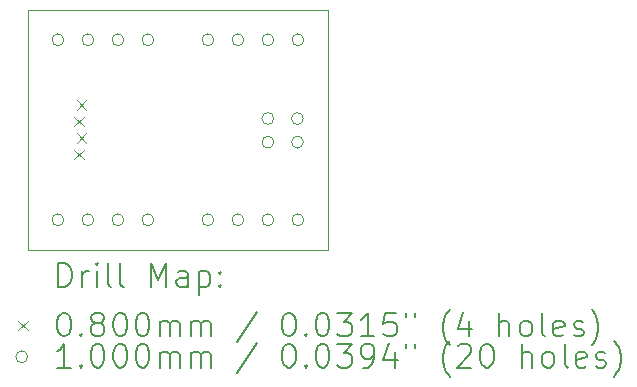
<source format=gbr>
%TF.GenerationSoftware,KiCad,Pcbnew,8.0.6*%
%TF.CreationDate,2024-12-16T09:55:59+00:00*%
%TF.ProjectId,StepperAdapterMount,53746570-7065-4724-9164-61707465724d,RevA*%
%TF.SameCoordinates,Original*%
%TF.FileFunction,Drillmap*%
%TF.FilePolarity,Positive*%
%FSLAX45Y45*%
G04 Gerber Fmt 4.5, Leading zero omitted, Abs format (unit mm)*
G04 Created by KiCad (PCBNEW 8.0.6) date 2024-12-16 09:55:59*
%MOMM*%
%LPD*%
G01*
G04 APERTURE LIST*
%ADD10C,0.050000*%
%ADD11C,0.200000*%
%ADD12C,0.100000*%
G04 APERTURE END LIST*
D10*
X3897000Y-19720000D02*
X6437000Y-19720000D01*
X6437000Y-21752000D01*
X3897000Y-21752000D01*
X3897000Y-19720000D01*
D11*
D12*
X4291500Y-20626000D02*
X4371500Y-20706000D01*
X4371500Y-20626000D02*
X4291500Y-20706000D01*
X4291500Y-20906000D02*
X4371500Y-20986000D01*
X4371500Y-20906000D02*
X4291500Y-20986000D01*
X4311500Y-20486000D02*
X4391500Y-20566000D01*
X4391500Y-20486000D02*
X4311500Y-20566000D01*
X4311500Y-20766000D02*
X4391500Y-20846000D01*
X4391500Y-20766000D02*
X4311500Y-20846000D01*
X4201000Y-19974000D02*
G75*
G02*
X4101000Y-19974000I-50000J0D01*
G01*
X4101000Y-19974000D02*
G75*
G02*
X4201000Y-19974000I50000J0D01*
G01*
X4201000Y-21498000D02*
G75*
G02*
X4101000Y-21498000I-50000J0D01*
G01*
X4101000Y-21498000D02*
G75*
G02*
X4201000Y-21498000I50000J0D01*
G01*
X4455000Y-19974000D02*
G75*
G02*
X4355000Y-19974000I-50000J0D01*
G01*
X4355000Y-19974000D02*
G75*
G02*
X4455000Y-19974000I50000J0D01*
G01*
X4455000Y-21498000D02*
G75*
G02*
X4355000Y-21498000I-50000J0D01*
G01*
X4355000Y-21498000D02*
G75*
G02*
X4455000Y-21498000I50000J0D01*
G01*
X4709000Y-19974000D02*
G75*
G02*
X4609000Y-19974000I-50000J0D01*
G01*
X4609000Y-19974000D02*
G75*
G02*
X4709000Y-19974000I50000J0D01*
G01*
X4709000Y-21498000D02*
G75*
G02*
X4609000Y-21498000I-50000J0D01*
G01*
X4609000Y-21498000D02*
G75*
G02*
X4709000Y-21498000I50000J0D01*
G01*
X4963000Y-19974000D02*
G75*
G02*
X4863000Y-19974000I-50000J0D01*
G01*
X4863000Y-19974000D02*
G75*
G02*
X4963000Y-19974000I50000J0D01*
G01*
X4963000Y-21498000D02*
G75*
G02*
X4863000Y-21498000I-50000J0D01*
G01*
X4863000Y-21498000D02*
G75*
G02*
X4963000Y-21498000I50000J0D01*
G01*
X5471000Y-19974000D02*
G75*
G02*
X5371000Y-19974000I-50000J0D01*
G01*
X5371000Y-19974000D02*
G75*
G02*
X5471000Y-19974000I50000J0D01*
G01*
X5471000Y-21498000D02*
G75*
G02*
X5371000Y-21498000I-50000J0D01*
G01*
X5371000Y-21498000D02*
G75*
G02*
X5471000Y-21498000I50000J0D01*
G01*
X5725000Y-19974000D02*
G75*
G02*
X5625000Y-19974000I-50000J0D01*
G01*
X5625000Y-19974000D02*
G75*
G02*
X5725000Y-19974000I50000J0D01*
G01*
X5725000Y-21498000D02*
G75*
G02*
X5625000Y-21498000I-50000J0D01*
G01*
X5625000Y-21498000D02*
G75*
G02*
X5725000Y-21498000I50000J0D01*
G01*
X5979000Y-19974000D02*
G75*
G02*
X5879000Y-19974000I-50000J0D01*
G01*
X5879000Y-19974000D02*
G75*
G02*
X5979000Y-19974000I50000J0D01*
G01*
X5979000Y-20641000D02*
G75*
G02*
X5879000Y-20641000I-50000J0D01*
G01*
X5879000Y-20641000D02*
G75*
G02*
X5979000Y-20641000I50000J0D01*
G01*
X5979000Y-20841000D02*
G75*
G02*
X5879000Y-20841000I-50000J0D01*
G01*
X5879000Y-20841000D02*
G75*
G02*
X5979000Y-20841000I50000J0D01*
G01*
X5979000Y-21498000D02*
G75*
G02*
X5879000Y-21498000I-50000J0D01*
G01*
X5879000Y-21498000D02*
G75*
G02*
X5979000Y-21498000I50000J0D01*
G01*
X6229000Y-20641000D02*
G75*
G02*
X6129000Y-20641000I-50000J0D01*
G01*
X6129000Y-20641000D02*
G75*
G02*
X6229000Y-20641000I50000J0D01*
G01*
X6229000Y-20841000D02*
G75*
G02*
X6129000Y-20841000I-50000J0D01*
G01*
X6129000Y-20841000D02*
G75*
G02*
X6229000Y-20841000I50000J0D01*
G01*
X6233000Y-19974000D02*
G75*
G02*
X6133000Y-19974000I-50000J0D01*
G01*
X6133000Y-19974000D02*
G75*
G02*
X6233000Y-19974000I50000J0D01*
G01*
X6233000Y-21498000D02*
G75*
G02*
X6133000Y-21498000I-50000J0D01*
G01*
X6133000Y-21498000D02*
G75*
G02*
X6233000Y-21498000I50000J0D01*
G01*
D11*
X4155277Y-22065984D02*
X4155277Y-21865984D01*
X4155277Y-21865984D02*
X4202896Y-21865984D01*
X4202896Y-21865984D02*
X4231467Y-21875508D01*
X4231467Y-21875508D02*
X4250515Y-21894555D01*
X4250515Y-21894555D02*
X4260039Y-21913603D01*
X4260039Y-21913603D02*
X4269563Y-21951698D01*
X4269563Y-21951698D02*
X4269563Y-21980270D01*
X4269563Y-21980270D02*
X4260039Y-22018365D01*
X4260039Y-22018365D02*
X4250515Y-22037412D01*
X4250515Y-22037412D02*
X4231467Y-22056460D01*
X4231467Y-22056460D02*
X4202896Y-22065984D01*
X4202896Y-22065984D02*
X4155277Y-22065984D01*
X4355277Y-22065984D02*
X4355277Y-21932650D01*
X4355277Y-21970746D02*
X4364801Y-21951698D01*
X4364801Y-21951698D02*
X4374324Y-21942174D01*
X4374324Y-21942174D02*
X4393372Y-21932650D01*
X4393372Y-21932650D02*
X4412420Y-21932650D01*
X4479086Y-22065984D02*
X4479086Y-21932650D01*
X4479086Y-21865984D02*
X4469563Y-21875508D01*
X4469563Y-21875508D02*
X4479086Y-21885031D01*
X4479086Y-21885031D02*
X4488610Y-21875508D01*
X4488610Y-21875508D02*
X4479086Y-21865984D01*
X4479086Y-21865984D02*
X4479086Y-21885031D01*
X4602896Y-22065984D02*
X4583848Y-22056460D01*
X4583848Y-22056460D02*
X4574324Y-22037412D01*
X4574324Y-22037412D02*
X4574324Y-21865984D01*
X4707658Y-22065984D02*
X4688610Y-22056460D01*
X4688610Y-22056460D02*
X4679086Y-22037412D01*
X4679086Y-22037412D02*
X4679086Y-21865984D01*
X4936229Y-22065984D02*
X4936229Y-21865984D01*
X4936229Y-21865984D02*
X5002896Y-22008841D01*
X5002896Y-22008841D02*
X5069563Y-21865984D01*
X5069563Y-21865984D02*
X5069563Y-22065984D01*
X5250515Y-22065984D02*
X5250515Y-21961222D01*
X5250515Y-21961222D02*
X5240991Y-21942174D01*
X5240991Y-21942174D02*
X5221944Y-21932650D01*
X5221944Y-21932650D02*
X5183848Y-21932650D01*
X5183848Y-21932650D02*
X5164801Y-21942174D01*
X5250515Y-22056460D02*
X5231467Y-22065984D01*
X5231467Y-22065984D02*
X5183848Y-22065984D01*
X5183848Y-22065984D02*
X5164801Y-22056460D01*
X5164801Y-22056460D02*
X5155277Y-22037412D01*
X5155277Y-22037412D02*
X5155277Y-22018365D01*
X5155277Y-22018365D02*
X5164801Y-21999317D01*
X5164801Y-21999317D02*
X5183848Y-21989793D01*
X5183848Y-21989793D02*
X5231467Y-21989793D01*
X5231467Y-21989793D02*
X5250515Y-21980270D01*
X5345753Y-21932650D02*
X5345753Y-22132650D01*
X5345753Y-21942174D02*
X5364801Y-21932650D01*
X5364801Y-21932650D02*
X5402896Y-21932650D01*
X5402896Y-21932650D02*
X5421944Y-21942174D01*
X5421944Y-21942174D02*
X5431467Y-21951698D01*
X5431467Y-21951698D02*
X5440991Y-21970746D01*
X5440991Y-21970746D02*
X5440991Y-22027889D01*
X5440991Y-22027889D02*
X5431467Y-22046936D01*
X5431467Y-22046936D02*
X5421944Y-22056460D01*
X5421944Y-22056460D02*
X5402896Y-22065984D01*
X5402896Y-22065984D02*
X5364801Y-22065984D01*
X5364801Y-22065984D02*
X5345753Y-22056460D01*
X5526705Y-22046936D02*
X5536229Y-22056460D01*
X5536229Y-22056460D02*
X5526705Y-22065984D01*
X5526705Y-22065984D02*
X5517182Y-22056460D01*
X5517182Y-22056460D02*
X5526705Y-22046936D01*
X5526705Y-22046936D02*
X5526705Y-22065984D01*
X5526705Y-21942174D02*
X5536229Y-21951698D01*
X5536229Y-21951698D02*
X5526705Y-21961222D01*
X5526705Y-21961222D02*
X5517182Y-21951698D01*
X5517182Y-21951698D02*
X5526705Y-21942174D01*
X5526705Y-21942174D02*
X5526705Y-21961222D01*
D12*
X3814500Y-22354500D02*
X3894500Y-22434500D01*
X3894500Y-22354500D02*
X3814500Y-22434500D01*
D11*
X4193372Y-22285984D02*
X4212420Y-22285984D01*
X4212420Y-22285984D02*
X4231467Y-22295508D01*
X4231467Y-22295508D02*
X4240991Y-22305031D01*
X4240991Y-22305031D02*
X4250515Y-22324079D01*
X4250515Y-22324079D02*
X4260039Y-22362174D01*
X4260039Y-22362174D02*
X4260039Y-22409793D01*
X4260039Y-22409793D02*
X4250515Y-22447888D01*
X4250515Y-22447888D02*
X4240991Y-22466936D01*
X4240991Y-22466936D02*
X4231467Y-22476460D01*
X4231467Y-22476460D02*
X4212420Y-22485984D01*
X4212420Y-22485984D02*
X4193372Y-22485984D01*
X4193372Y-22485984D02*
X4174324Y-22476460D01*
X4174324Y-22476460D02*
X4164801Y-22466936D01*
X4164801Y-22466936D02*
X4155277Y-22447888D01*
X4155277Y-22447888D02*
X4145753Y-22409793D01*
X4145753Y-22409793D02*
X4145753Y-22362174D01*
X4145753Y-22362174D02*
X4155277Y-22324079D01*
X4155277Y-22324079D02*
X4164801Y-22305031D01*
X4164801Y-22305031D02*
X4174324Y-22295508D01*
X4174324Y-22295508D02*
X4193372Y-22285984D01*
X4345753Y-22466936D02*
X4355277Y-22476460D01*
X4355277Y-22476460D02*
X4345753Y-22485984D01*
X4345753Y-22485984D02*
X4336229Y-22476460D01*
X4336229Y-22476460D02*
X4345753Y-22466936D01*
X4345753Y-22466936D02*
X4345753Y-22485984D01*
X4469563Y-22371698D02*
X4450515Y-22362174D01*
X4450515Y-22362174D02*
X4440991Y-22352650D01*
X4440991Y-22352650D02*
X4431467Y-22333603D01*
X4431467Y-22333603D02*
X4431467Y-22324079D01*
X4431467Y-22324079D02*
X4440991Y-22305031D01*
X4440991Y-22305031D02*
X4450515Y-22295508D01*
X4450515Y-22295508D02*
X4469563Y-22285984D01*
X4469563Y-22285984D02*
X4507658Y-22285984D01*
X4507658Y-22285984D02*
X4526705Y-22295508D01*
X4526705Y-22295508D02*
X4536229Y-22305031D01*
X4536229Y-22305031D02*
X4545753Y-22324079D01*
X4545753Y-22324079D02*
X4545753Y-22333603D01*
X4545753Y-22333603D02*
X4536229Y-22352650D01*
X4536229Y-22352650D02*
X4526705Y-22362174D01*
X4526705Y-22362174D02*
X4507658Y-22371698D01*
X4507658Y-22371698D02*
X4469563Y-22371698D01*
X4469563Y-22371698D02*
X4450515Y-22381222D01*
X4450515Y-22381222D02*
X4440991Y-22390746D01*
X4440991Y-22390746D02*
X4431467Y-22409793D01*
X4431467Y-22409793D02*
X4431467Y-22447888D01*
X4431467Y-22447888D02*
X4440991Y-22466936D01*
X4440991Y-22466936D02*
X4450515Y-22476460D01*
X4450515Y-22476460D02*
X4469563Y-22485984D01*
X4469563Y-22485984D02*
X4507658Y-22485984D01*
X4507658Y-22485984D02*
X4526705Y-22476460D01*
X4526705Y-22476460D02*
X4536229Y-22466936D01*
X4536229Y-22466936D02*
X4545753Y-22447888D01*
X4545753Y-22447888D02*
X4545753Y-22409793D01*
X4545753Y-22409793D02*
X4536229Y-22390746D01*
X4536229Y-22390746D02*
X4526705Y-22381222D01*
X4526705Y-22381222D02*
X4507658Y-22371698D01*
X4669563Y-22285984D02*
X4688610Y-22285984D01*
X4688610Y-22285984D02*
X4707658Y-22295508D01*
X4707658Y-22295508D02*
X4717182Y-22305031D01*
X4717182Y-22305031D02*
X4726705Y-22324079D01*
X4726705Y-22324079D02*
X4736229Y-22362174D01*
X4736229Y-22362174D02*
X4736229Y-22409793D01*
X4736229Y-22409793D02*
X4726705Y-22447888D01*
X4726705Y-22447888D02*
X4717182Y-22466936D01*
X4717182Y-22466936D02*
X4707658Y-22476460D01*
X4707658Y-22476460D02*
X4688610Y-22485984D01*
X4688610Y-22485984D02*
X4669563Y-22485984D01*
X4669563Y-22485984D02*
X4650515Y-22476460D01*
X4650515Y-22476460D02*
X4640991Y-22466936D01*
X4640991Y-22466936D02*
X4631467Y-22447888D01*
X4631467Y-22447888D02*
X4621944Y-22409793D01*
X4621944Y-22409793D02*
X4621944Y-22362174D01*
X4621944Y-22362174D02*
X4631467Y-22324079D01*
X4631467Y-22324079D02*
X4640991Y-22305031D01*
X4640991Y-22305031D02*
X4650515Y-22295508D01*
X4650515Y-22295508D02*
X4669563Y-22285984D01*
X4860039Y-22285984D02*
X4879086Y-22285984D01*
X4879086Y-22285984D02*
X4898134Y-22295508D01*
X4898134Y-22295508D02*
X4907658Y-22305031D01*
X4907658Y-22305031D02*
X4917182Y-22324079D01*
X4917182Y-22324079D02*
X4926705Y-22362174D01*
X4926705Y-22362174D02*
X4926705Y-22409793D01*
X4926705Y-22409793D02*
X4917182Y-22447888D01*
X4917182Y-22447888D02*
X4907658Y-22466936D01*
X4907658Y-22466936D02*
X4898134Y-22476460D01*
X4898134Y-22476460D02*
X4879086Y-22485984D01*
X4879086Y-22485984D02*
X4860039Y-22485984D01*
X4860039Y-22485984D02*
X4840991Y-22476460D01*
X4840991Y-22476460D02*
X4831467Y-22466936D01*
X4831467Y-22466936D02*
X4821944Y-22447888D01*
X4821944Y-22447888D02*
X4812420Y-22409793D01*
X4812420Y-22409793D02*
X4812420Y-22362174D01*
X4812420Y-22362174D02*
X4821944Y-22324079D01*
X4821944Y-22324079D02*
X4831467Y-22305031D01*
X4831467Y-22305031D02*
X4840991Y-22295508D01*
X4840991Y-22295508D02*
X4860039Y-22285984D01*
X5012420Y-22485984D02*
X5012420Y-22352650D01*
X5012420Y-22371698D02*
X5021944Y-22362174D01*
X5021944Y-22362174D02*
X5040991Y-22352650D01*
X5040991Y-22352650D02*
X5069563Y-22352650D01*
X5069563Y-22352650D02*
X5088610Y-22362174D01*
X5088610Y-22362174D02*
X5098134Y-22381222D01*
X5098134Y-22381222D02*
X5098134Y-22485984D01*
X5098134Y-22381222D02*
X5107658Y-22362174D01*
X5107658Y-22362174D02*
X5126705Y-22352650D01*
X5126705Y-22352650D02*
X5155277Y-22352650D01*
X5155277Y-22352650D02*
X5174325Y-22362174D01*
X5174325Y-22362174D02*
X5183848Y-22381222D01*
X5183848Y-22381222D02*
X5183848Y-22485984D01*
X5279086Y-22485984D02*
X5279086Y-22352650D01*
X5279086Y-22371698D02*
X5288610Y-22362174D01*
X5288610Y-22362174D02*
X5307658Y-22352650D01*
X5307658Y-22352650D02*
X5336229Y-22352650D01*
X5336229Y-22352650D02*
X5355277Y-22362174D01*
X5355277Y-22362174D02*
X5364801Y-22381222D01*
X5364801Y-22381222D02*
X5364801Y-22485984D01*
X5364801Y-22381222D02*
X5374325Y-22362174D01*
X5374325Y-22362174D02*
X5393372Y-22352650D01*
X5393372Y-22352650D02*
X5421944Y-22352650D01*
X5421944Y-22352650D02*
X5440991Y-22362174D01*
X5440991Y-22362174D02*
X5450515Y-22381222D01*
X5450515Y-22381222D02*
X5450515Y-22485984D01*
X5840991Y-22276460D02*
X5669563Y-22533603D01*
X6098134Y-22285984D02*
X6117182Y-22285984D01*
X6117182Y-22285984D02*
X6136229Y-22295508D01*
X6136229Y-22295508D02*
X6145753Y-22305031D01*
X6145753Y-22305031D02*
X6155277Y-22324079D01*
X6155277Y-22324079D02*
X6164801Y-22362174D01*
X6164801Y-22362174D02*
X6164801Y-22409793D01*
X6164801Y-22409793D02*
X6155277Y-22447888D01*
X6155277Y-22447888D02*
X6145753Y-22466936D01*
X6145753Y-22466936D02*
X6136229Y-22476460D01*
X6136229Y-22476460D02*
X6117182Y-22485984D01*
X6117182Y-22485984D02*
X6098134Y-22485984D01*
X6098134Y-22485984D02*
X6079086Y-22476460D01*
X6079086Y-22476460D02*
X6069563Y-22466936D01*
X6069563Y-22466936D02*
X6060039Y-22447888D01*
X6060039Y-22447888D02*
X6050515Y-22409793D01*
X6050515Y-22409793D02*
X6050515Y-22362174D01*
X6050515Y-22362174D02*
X6060039Y-22324079D01*
X6060039Y-22324079D02*
X6069563Y-22305031D01*
X6069563Y-22305031D02*
X6079086Y-22295508D01*
X6079086Y-22295508D02*
X6098134Y-22285984D01*
X6250515Y-22466936D02*
X6260039Y-22476460D01*
X6260039Y-22476460D02*
X6250515Y-22485984D01*
X6250515Y-22485984D02*
X6240991Y-22476460D01*
X6240991Y-22476460D02*
X6250515Y-22466936D01*
X6250515Y-22466936D02*
X6250515Y-22485984D01*
X6383848Y-22285984D02*
X6402896Y-22285984D01*
X6402896Y-22285984D02*
X6421944Y-22295508D01*
X6421944Y-22295508D02*
X6431467Y-22305031D01*
X6431467Y-22305031D02*
X6440991Y-22324079D01*
X6440991Y-22324079D02*
X6450515Y-22362174D01*
X6450515Y-22362174D02*
X6450515Y-22409793D01*
X6450515Y-22409793D02*
X6440991Y-22447888D01*
X6440991Y-22447888D02*
X6431467Y-22466936D01*
X6431467Y-22466936D02*
X6421944Y-22476460D01*
X6421944Y-22476460D02*
X6402896Y-22485984D01*
X6402896Y-22485984D02*
X6383848Y-22485984D01*
X6383848Y-22485984D02*
X6364801Y-22476460D01*
X6364801Y-22476460D02*
X6355277Y-22466936D01*
X6355277Y-22466936D02*
X6345753Y-22447888D01*
X6345753Y-22447888D02*
X6336229Y-22409793D01*
X6336229Y-22409793D02*
X6336229Y-22362174D01*
X6336229Y-22362174D02*
X6345753Y-22324079D01*
X6345753Y-22324079D02*
X6355277Y-22305031D01*
X6355277Y-22305031D02*
X6364801Y-22295508D01*
X6364801Y-22295508D02*
X6383848Y-22285984D01*
X6517182Y-22285984D02*
X6640991Y-22285984D01*
X6640991Y-22285984D02*
X6574325Y-22362174D01*
X6574325Y-22362174D02*
X6602896Y-22362174D01*
X6602896Y-22362174D02*
X6621944Y-22371698D01*
X6621944Y-22371698D02*
X6631467Y-22381222D01*
X6631467Y-22381222D02*
X6640991Y-22400269D01*
X6640991Y-22400269D02*
X6640991Y-22447888D01*
X6640991Y-22447888D02*
X6631467Y-22466936D01*
X6631467Y-22466936D02*
X6621944Y-22476460D01*
X6621944Y-22476460D02*
X6602896Y-22485984D01*
X6602896Y-22485984D02*
X6545753Y-22485984D01*
X6545753Y-22485984D02*
X6526706Y-22476460D01*
X6526706Y-22476460D02*
X6517182Y-22466936D01*
X6831467Y-22485984D02*
X6717182Y-22485984D01*
X6774325Y-22485984D02*
X6774325Y-22285984D01*
X6774325Y-22285984D02*
X6755277Y-22314555D01*
X6755277Y-22314555D02*
X6736229Y-22333603D01*
X6736229Y-22333603D02*
X6717182Y-22343127D01*
X7012420Y-22285984D02*
X6917182Y-22285984D01*
X6917182Y-22285984D02*
X6907658Y-22381222D01*
X6907658Y-22381222D02*
X6917182Y-22371698D01*
X6917182Y-22371698D02*
X6936229Y-22362174D01*
X6936229Y-22362174D02*
X6983848Y-22362174D01*
X6983848Y-22362174D02*
X7002896Y-22371698D01*
X7002896Y-22371698D02*
X7012420Y-22381222D01*
X7012420Y-22381222D02*
X7021944Y-22400269D01*
X7021944Y-22400269D02*
X7021944Y-22447888D01*
X7021944Y-22447888D02*
X7012420Y-22466936D01*
X7012420Y-22466936D02*
X7002896Y-22476460D01*
X7002896Y-22476460D02*
X6983848Y-22485984D01*
X6983848Y-22485984D02*
X6936229Y-22485984D01*
X6936229Y-22485984D02*
X6917182Y-22476460D01*
X6917182Y-22476460D02*
X6907658Y-22466936D01*
X7098134Y-22285984D02*
X7098134Y-22324079D01*
X7174325Y-22285984D02*
X7174325Y-22324079D01*
X7469563Y-22562174D02*
X7460039Y-22552650D01*
X7460039Y-22552650D02*
X7440991Y-22524079D01*
X7440991Y-22524079D02*
X7431468Y-22505031D01*
X7431468Y-22505031D02*
X7421944Y-22476460D01*
X7421944Y-22476460D02*
X7412420Y-22428841D01*
X7412420Y-22428841D02*
X7412420Y-22390746D01*
X7412420Y-22390746D02*
X7421944Y-22343127D01*
X7421944Y-22343127D02*
X7431468Y-22314555D01*
X7431468Y-22314555D02*
X7440991Y-22295508D01*
X7440991Y-22295508D02*
X7460039Y-22266936D01*
X7460039Y-22266936D02*
X7469563Y-22257412D01*
X7631468Y-22352650D02*
X7631468Y-22485984D01*
X7583848Y-22276460D02*
X7536229Y-22419317D01*
X7536229Y-22419317D02*
X7660039Y-22419317D01*
X7888610Y-22485984D02*
X7888610Y-22285984D01*
X7974325Y-22485984D02*
X7974325Y-22381222D01*
X7974325Y-22381222D02*
X7964801Y-22362174D01*
X7964801Y-22362174D02*
X7945753Y-22352650D01*
X7945753Y-22352650D02*
X7917182Y-22352650D01*
X7917182Y-22352650D02*
X7898134Y-22362174D01*
X7898134Y-22362174D02*
X7888610Y-22371698D01*
X8098134Y-22485984D02*
X8079087Y-22476460D01*
X8079087Y-22476460D02*
X8069563Y-22466936D01*
X8069563Y-22466936D02*
X8060039Y-22447888D01*
X8060039Y-22447888D02*
X8060039Y-22390746D01*
X8060039Y-22390746D02*
X8069563Y-22371698D01*
X8069563Y-22371698D02*
X8079087Y-22362174D01*
X8079087Y-22362174D02*
X8098134Y-22352650D01*
X8098134Y-22352650D02*
X8126706Y-22352650D01*
X8126706Y-22352650D02*
X8145753Y-22362174D01*
X8145753Y-22362174D02*
X8155277Y-22371698D01*
X8155277Y-22371698D02*
X8164801Y-22390746D01*
X8164801Y-22390746D02*
X8164801Y-22447888D01*
X8164801Y-22447888D02*
X8155277Y-22466936D01*
X8155277Y-22466936D02*
X8145753Y-22476460D01*
X8145753Y-22476460D02*
X8126706Y-22485984D01*
X8126706Y-22485984D02*
X8098134Y-22485984D01*
X8279087Y-22485984D02*
X8260039Y-22476460D01*
X8260039Y-22476460D02*
X8250515Y-22457412D01*
X8250515Y-22457412D02*
X8250515Y-22285984D01*
X8431468Y-22476460D02*
X8412420Y-22485984D01*
X8412420Y-22485984D02*
X8374325Y-22485984D01*
X8374325Y-22485984D02*
X8355277Y-22476460D01*
X8355277Y-22476460D02*
X8345753Y-22457412D01*
X8345753Y-22457412D02*
X8345753Y-22381222D01*
X8345753Y-22381222D02*
X8355277Y-22362174D01*
X8355277Y-22362174D02*
X8374325Y-22352650D01*
X8374325Y-22352650D02*
X8412420Y-22352650D01*
X8412420Y-22352650D02*
X8431468Y-22362174D01*
X8431468Y-22362174D02*
X8440992Y-22381222D01*
X8440992Y-22381222D02*
X8440992Y-22400269D01*
X8440992Y-22400269D02*
X8345753Y-22419317D01*
X8517182Y-22476460D02*
X8536230Y-22485984D01*
X8536230Y-22485984D02*
X8574325Y-22485984D01*
X8574325Y-22485984D02*
X8593373Y-22476460D01*
X8593373Y-22476460D02*
X8602896Y-22457412D01*
X8602896Y-22457412D02*
X8602896Y-22447888D01*
X8602896Y-22447888D02*
X8593373Y-22428841D01*
X8593373Y-22428841D02*
X8574325Y-22419317D01*
X8574325Y-22419317D02*
X8545753Y-22419317D01*
X8545753Y-22419317D02*
X8526706Y-22409793D01*
X8526706Y-22409793D02*
X8517182Y-22390746D01*
X8517182Y-22390746D02*
X8517182Y-22381222D01*
X8517182Y-22381222D02*
X8526706Y-22362174D01*
X8526706Y-22362174D02*
X8545753Y-22352650D01*
X8545753Y-22352650D02*
X8574325Y-22352650D01*
X8574325Y-22352650D02*
X8593373Y-22362174D01*
X8669563Y-22562174D02*
X8679087Y-22552650D01*
X8679087Y-22552650D02*
X8698134Y-22524079D01*
X8698134Y-22524079D02*
X8707658Y-22505031D01*
X8707658Y-22505031D02*
X8717182Y-22476460D01*
X8717182Y-22476460D02*
X8726706Y-22428841D01*
X8726706Y-22428841D02*
X8726706Y-22390746D01*
X8726706Y-22390746D02*
X8717182Y-22343127D01*
X8717182Y-22343127D02*
X8707658Y-22314555D01*
X8707658Y-22314555D02*
X8698134Y-22295508D01*
X8698134Y-22295508D02*
X8679087Y-22266936D01*
X8679087Y-22266936D02*
X8669563Y-22257412D01*
D12*
X3894500Y-22658500D02*
G75*
G02*
X3794500Y-22658500I-50000J0D01*
G01*
X3794500Y-22658500D02*
G75*
G02*
X3894500Y-22658500I50000J0D01*
G01*
D11*
X4260039Y-22749984D02*
X4145753Y-22749984D01*
X4202896Y-22749984D02*
X4202896Y-22549984D01*
X4202896Y-22549984D02*
X4183848Y-22578555D01*
X4183848Y-22578555D02*
X4164801Y-22597603D01*
X4164801Y-22597603D02*
X4145753Y-22607127D01*
X4345753Y-22730936D02*
X4355277Y-22740460D01*
X4355277Y-22740460D02*
X4345753Y-22749984D01*
X4345753Y-22749984D02*
X4336229Y-22740460D01*
X4336229Y-22740460D02*
X4345753Y-22730936D01*
X4345753Y-22730936D02*
X4345753Y-22749984D01*
X4479086Y-22549984D02*
X4498134Y-22549984D01*
X4498134Y-22549984D02*
X4517182Y-22559508D01*
X4517182Y-22559508D02*
X4526705Y-22569031D01*
X4526705Y-22569031D02*
X4536229Y-22588079D01*
X4536229Y-22588079D02*
X4545753Y-22626174D01*
X4545753Y-22626174D02*
X4545753Y-22673793D01*
X4545753Y-22673793D02*
X4536229Y-22711888D01*
X4536229Y-22711888D02*
X4526705Y-22730936D01*
X4526705Y-22730936D02*
X4517182Y-22740460D01*
X4517182Y-22740460D02*
X4498134Y-22749984D01*
X4498134Y-22749984D02*
X4479086Y-22749984D01*
X4479086Y-22749984D02*
X4460039Y-22740460D01*
X4460039Y-22740460D02*
X4450515Y-22730936D01*
X4450515Y-22730936D02*
X4440991Y-22711888D01*
X4440991Y-22711888D02*
X4431467Y-22673793D01*
X4431467Y-22673793D02*
X4431467Y-22626174D01*
X4431467Y-22626174D02*
X4440991Y-22588079D01*
X4440991Y-22588079D02*
X4450515Y-22569031D01*
X4450515Y-22569031D02*
X4460039Y-22559508D01*
X4460039Y-22559508D02*
X4479086Y-22549984D01*
X4669563Y-22549984D02*
X4688610Y-22549984D01*
X4688610Y-22549984D02*
X4707658Y-22559508D01*
X4707658Y-22559508D02*
X4717182Y-22569031D01*
X4717182Y-22569031D02*
X4726705Y-22588079D01*
X4726705Y-22588079D02*
X4736229Y-22626174D01*
X4736229Y-22626174D02*
X4736229Y-22673793D01*
X4736229Y-22673793D02*
X4726705Y-22711888D01*
X4726705Y-22711888D02*
X4717182Y-22730936D01*
X4717182Y-22730936D02*
X4707658Y-22740460D01*
X4707658Y-22740460D02*
X4688610Y-22749984D01*
X4688610Y-22749984D02*
X4669563Y-22749984D01*
X4669563Y-22749984D02*
X4650515Y-22740460D01*
X4650515Y-22740460D02*
X4640991Y-22730936D01*
X4640991Y-22730936D02*
X4631467Y-22711888D01*
X4631467Y-22711888D02*
X4621944Y-22673793D01*
X4621944Y-22673793D02*
X4621944Y-22626174D01*
X4621944Y-22626174D02*
X4631467Y-22588079D01*
X4631467Y-22588079D02*
X4640991Y-22569031D01*
X4640991Y-22569031D02*
X4650515Y-22559508D01*
X4650515Y-22559508D02*
X4669563Y-22549984D01*
X4860039Y-22549984D02*
X4879086Y-22549984D01*
X4879086Y-22549984D02*
X4898134Y-22559508D01*
X4898134Y-22559508D02*
X4907658Y-22569031D01*
X4907658Y-22569031D02*
X4917182Y-22588079D01*
X4917182Y-22588079D02*
X4926705Y-22626174D01*
X4926705Y-22626174D02*
X4926705Y-22673793D01*
X4926705Y-22673793D02*
X4917182Y-22711888D01*
X4917182Y-22711888D02*
X4907658Y-22730936D01*
X4907658Y-22730936D02*
X4898134Y-22740460D01*
X4898134Y-22740460D02*
X4879086Y-22749984D01*
X4879086Y-22749984D02*
X4860039Y-22749984D01*
X4860039Y-22749984D02*
X4840991Y-22740460D01*
X4840991Y-22740460D02*
X4831467Y-22730936D01*
X4831467Y-22730936D02*
X4821944Y-22711888D01*
X4821944Y-22711888D02*
X4812420Y-22673793D01*
X4812420Y-22673793D02*
X4812420Y-22626174D01*
X4812420Y-22626174D02*
X4821944Y-22588079D01*
X4821944Y-22588079D02*
X4831467Y-22569031D01*
X4831467Y-22569031D02*
X4840991Y-22559508D01*
X4840991Y-22559508D02*
X4860039Y-22549984D01*
X5012420Y-22749984D02*
X5012420Y-22616650D01*
X5012420Y-22635698D02*
X5021944Y-22626174D01*
X5021944Y-22626174D02*
X5040991Y-22616650D01*
X5040991Y-22616650D02*
X5069563Y-22616650D01*
X5069563Y-22616650D02*
X5088610Y-22626174D01*
X5088610Y-22626174D02*
X5098134Y-22645222D01*
X5098134Y-22645222D02*
X5098134Y-22749984D01*
X5098134Y-22645222D02*
X5107658Y-22626174D01*
X5107658Y-22626174D02*
X5126705Y-22616650D01*
X5126705Y-22616650D02*
X5155277Y-22616650D01*
X5155277Y-22616650D02*
X5174325Y-22626174D01*
X5174325Y-22626174D02*
X5183848Y-22645222D01*
X5183848Y-22645222D02*
X5183848Y-22749984D01*
X5279086Y-22749984D02*
X5279086Y-22616650D01*
X5279086Y-22635698D02*
X5288610Y-22626174D01*
X5288610Y-22626174D02*
X5307658Y-22616650D01*
X5307658Y-22616650D02*
X5336229Y-22616650D01*
X5336229Y-22616650D02*
X5355277Y-22626174D01*
X5355277Y-22626174D02*
X5364801Y-22645222D01*
X5364801Y-22645222D02*
X5364801Y-22749984D01*
X5364801Y-22645222D02*
X5374325Y-22626174D01*
X5374325Y-22626174D02*
X5393372Y-22616650D01*
X5393372Y-22616650D02*
X5421944Y-22616650D01*
X5421944Y-22616650D02*
X5440991Y-22626174D01*
X5440991Y-22626174D02*
X5450515Y-22645222D01*
X5450515Y-22645222D02*
X5450515Y-22749984D01*
X5840991Y-22540460D02*
X5669563Y-22797603D01*
X6098134Y-22549984D02*
X6117182Y-22549984D01*
X6117182Y-22549984D02*
X6136229Y-22559508D01*
X6136229Y-22559508D02*
X6145753Y-22569031D01*
X6145753Y-22569031D02*
X6155277Y-22588079D01*
X6155277Y-22588079D02*
X6164801Y-22626174D01*
X6164801Y-22626174D02*
X6164801Y-22673793D01*
X6164801Y-22673793D02*
X6155277Y-22711888D01*
X6155277Y-22711888D02*
X6145753Y-22730936D01*
X6145753Y-22730936D02*
X6136229Y-22740460D01*
X6136229Y-22740460D02*
X6117182Y-22749984D01*
X6117182Y-22749984D02*
X6098134Y-22749984D01*
X6098134Y-22749984D02*
X6079086Y-22740460D01*
X6079086Y-22740460D02*
X6069563Y-22730936D01*
X6069563Y-22730936D02*
X6060039Y-22711888D01*
X6060039Y-22711888D02*
X6050515Y-22673793D01*
X6050515Y-22673793D02*
X6050515Y-22626174D01*
X6050515Y-22626174D02*
X6060039Y-22588079D01*
X6060039Y-22588079D02*
X6069563Y-22569031D01*
X6069563Y-22569031D02*
X6079086Y-22559508D01*
X6079086Y-22559508D02*
X6098134Y-22549984D01*
X6250515Y-22730936D02*
X6260039Y-22740460D01*
X6260039Y-22740460D02*
X6250515Y-22749984D01*
X6250515Y-22749984D02*
X6240991Y-22740460D01*
X6240991Y-22740460D02*
X6250515Y-22730936D01*
X6250515Y-22730936D02*
X6250515Y-22749984D01*
X6383848Y-22549984D02*
X6402896Y-22549984D01*
X6402896Y-22549984D02*
X6421944Y-22559508D01*
X6421944Y-22559508D02*
X6431467Y-22569031D01*
X6431467Y-22569031D02*
X6440991Y-22588079D01*
X6440991Y-22588079D02*
X6450515Y-22626174D01*
X6450515Y-22626174D02*
X6450515Y-22673793D01*
X6450515Y-22673793D02*
X6440991Y-22711888D01*
X6440991Y-22711888D02*
X6431467Y-22730936D01*
X6431467Y-22730936D02*
X6421944Y-22740460D01*
X6421944Y-22740460D02*
X6402896Y-22749984D01*
X6402896Y-22749984D02*
X6383848Y-22749984D01*
X6383848Y-22749984D02*
X6364801Y-22740460D01*
X6364801Y-22740460D02*
X6355277Y-22730936D01*
X6355277Y-22730936D02*
X6345753Y-22711888D01*
X6345753Y-22711888D02*
X6336229Y-22673793D01*
X6336229Y-22673793D02*
X6336229Y-22626174D01*
X6336229Y-22626174D02*
X6345753Y-22588079D01*
X6345753Y-22588079D02*
X6355277Y-22569031D01*
X6355277Y-22569031D02*
X6364801Y-22559508D01*
X6364801Y-22559508D02*
X6383848Y-22549984D01*
X6517182Y-22549984D02*
X6640991Y-22549984D01*
X6640991Y-22549984D02*
X6574325Y-22626174D01*
X6574325Y-22626174D02*
X6602896Y-22626174D01*
X6602896Y-22626174D02*
X6621944Y-22635698D01*
X6621944Y-22635698D02*
X6631467Y-22645222D01*
X6631467Y-22645222D02*
X6640991Y-22664269D01*
X6640991Y-22664269D02*
X6640991Y-22711888D01*
X6640991Y-22711888D02*
X6631467Y-22730936D01*
X6631467Y-22730936D02*
X6621944Y-22740460D01*
X6621944Y-22740460D02*
X6602896Y-22749984D01*
X6602896Y-22749984D02*
X6545753Y-22749984D01*
X6545753Y-22749984D02*
X6526706Y-22740460D01*
X6526706Y-22740460D02*
X6517182Y-22730936D01*
X6736229Y-22749984D02*
X6774325Y-22749984D01*
X6774325Y-22749984D02*
X6793372Y-22740460D01*
X6793372Y-22740460D02*
X6802896Y-22730936D01*
X6802896Y-22730936D02*
X6821944Y-22702365D01*
X6821944Y-22702365D02*
X6831467Y-22664269D01*
X6831467Y-22664269D02*
X6831467Y-22588079D01*
X6831467Y-22588079D02*
X6821944Y-22569031D01*
X6821944Y-22569031D02*
X6812420Y-22559508D01*
X6812420Y-22559508D02*
X6793372Y-22549984D01*
X6793372Y-22549984D02*
X6755277Y-22549984D01*
X6755277Y-22549984D02*
X6736229Y-22559508D01*
X6736229Y-22559508D02*
X6726706Y-22569031D01*
X6726706Y-22569031D02*
X6717182Y-22588079D01*
X6717182Y-22588079D02*
X6717182Y-22635698D01*
X6717182Y-22635698D02*
X6726706Y-22654746D01*
X6726706Y-22654746D02*
X6736229Y-22664269D01*
X6736229Y-22664269D02*
X6755277Y-22673793D01*
X6755277Y-22673793D02*
X6793372Y-22673793D01*
X6793372Y-22673793D02*
X6812420Y-22664269D01*
X6812420Y-22664269D02*
X6821944Y-22654746D01*
X6821944Y-22654746D02*
X6831467Y-22635698D01*
X7002896Y-22616650D02*
X7002896Y-22749984D01*
X6955277Y-22540460D02*
X6907658Y-22683317D01*
X6907658Y-22683317D02*
X7031467Y-22683317D01*
X7098134Y-22549984D02*
X7098134Y-22588079D01*
X7174325Y-22549984D02*
X7174325Y-22588079D01*
X7469563Y-22826174D02*
X7460039Y-22816650D01*
X7460039Y-22816650D02*
X7440991Y-22788079D01*
X7440991Y-22788079D02*
X7431468Y-22769031D01*
X7431468Y-22769031D02*
X7421944Y-22740460D01*
X7421944Y-22740460D02*
X7412420Y-22692841D01*
X7412420Y-22692841D02*
X7412420Y-22654746D01*
X7412420Y-22654746D02*
X7421944Y-22607127D01*
X7421944Y-22607127D02*
X7431468Y-22578555D01*
X7431468Y-22578555D02*
X7440991Y-22559508D01*
X7440991Y-22559508D02*
X7460039Y-22530936D01*
X7460039Y-22530936D02*
X7469563Y-22521412D01*
X7536229Y-22569031D02*
X7545753Y-22559508D01*
X7545753Y-22559508D02*
X7564801Y-22549984D01*
X7564801Y-22549984D02*
X7612420Y-22549984D01*
X7612420Y-22549984D02*
X7631468Y-22559508D01*
X7631468Y-22559508D02*
X7640991Y-22569031D01*
X7640991Y-22569031D02*
X7650515Y-22588079D01*
X7650515Y-22588079D02*
X7650515Y-22607127D01*
X7650515Y-22607127D02*
X7640991Y-22635698D01*
X7640991Y-22635698D02*
X7526706Y-22749984D01*
X7526706Y-22749984D02*
X7650515Y-22749984D01*
X7774325Y-22549984D02*
X7793372Y-22549984D01*
X7793372Y-22549984D02*
X7812420Y-22559508D01*
X7812420Y-22559508D02*
X7821944Y-22569031D01*
X7821944Y-22569031D02*
X7831468Y-22588079D01*
X7831468Y-22588079D02*
X7840991Y-22626174D01*
X7840991Y-22626174D02*
X7840991Y-22673793D01*
X7840991Y-22673793D02*
X7831468Y-22711888D01*
X7831468Y-22711888D02*
X7821944Y-22730936D01*
X7821944Y-22730936D02*
X7812420Y-22740460D01*
X7812420Y-22740460D02*
X7793372Y-22749984D01*
X7793372Y-22749984D02*
X7774325Y-22749984D01*
X7774325Y-22749984D02*
X7755277Y-22740460D01*
X7755277Y-22740460D02*
X7745753Y-22730936D01*
X7745753Y-22730936D02*
X7736229Y-22711888D01*
X7736229Y-22711888D02*
X7726706Y-22673793D01*
X7726706Y-22673793D02*
X7726706Y-22626174D01*
X7726706Y-22626174D02*
X7736229Y-22588079D01*
X7736229Y-22588079D02*
X7745753Y-22569031D01*
X7745753Y-22569031D02*
X7755277Y-22559508D01*
X7755277Y-22559508D02*
X7774325Y-22549984D01*
X8079087Y-22749984D02*
X8079087Y-22549984D01*
X8164801Y-22749984D02*
X8164801Y-22645222D01*
X8164801Y-22645222D02*
X8155277Y-22626174D01*
X8155277Y-22626174D02*
X8136230Y-22616650D01*
X8136230Y-22616650D02*
X8107658Y-22616650D01*
X8107658Y-22616650D02*
X8088610Y-22626174D01*
X8088610Y-22626174D02*
X8079087Y-22635698D01*
X8288610Y-22749984D02*
X8269563Y-22740460D01*
X8269563Y-22740460D02*
X8260039Y-22730936D01*
X8260039Y-22730936D02*
X8250515Y-22711888D01*
X8250515Y-22711888D02*
X8250515Y-22654746D01*
X8250515Y-22654746D02*
X8260039Y-22635698D01*
X8260039Y-22635698D02*
X8269563Y-22626174D01*
X8269563Y-22626174D02*
X8288610Y-22616650D01*
X8288610Y-22616650D02*
X8317182Y-22616650D01*
X8317182Y-22616650D02*
X8336230Y-22626174D01*
X8336230Y-22626174D02*
X8345753Y-22635698D01*
X8345753Y-22635698D02*
X8355277Y-22654746D01*
X8355277Y-22654746D02*
X8355277Y-22711888D01*
X8355277Y-22711888D02*
X8345753Y-22730936D01*
X8345753Y-22730936D02*
X8336230Y-22740460D01*
X8336230Y-22740460D02*
X8317182Y-22749984D01*
X8317182Y-22749984D02*
X8288610Y-22749984D01*
X8469563Y-22749984D02*
X8450515Y-22740460D01*
X8450515Y-22740460D02*
X8440992Y-22721412D01*
X8440992Y-22721412D02*
X8440992Y-22549984D01*
X8621944Y-22740460D02*
X8602896Y-22749984D01*
X8602896Y-22749984D02*
X8564801Y-22749984D01*
X8564801Y-22749984D02*
X8545753Y-22740460D01*
X8545753Y-22740460D02*
X8536230Y-22721412D01*
X8536230Y-22721412D02*
X8536230Y-22645222D01*
X8536230Y-22645222D02*
X8545753Y-22626174D01*
X8545753Y-22626174D02*
X8564801Y-22616650D01*
X8564801Y-22616650D02*
X8602896Y-22616650D01*
X8602896Y-22616650D02*
X8621944Y-22626174D01*
X8621944Y-22626174D02*
X8631468Y-22645222D01*
X8631468Y-22645222D02*
X8631468Y-22664269D01*
X8631468Y-22664269D02*
X8536230Y-22683317D01*
X8707658Y-22740460D02*
X8726706Y-22749984D01*
X8726706Y-22749984D02*
X8764801Y-22749984D01*
X8764801Y-22749984D02*
X8783849Y-22740460D01*
X8783849Y-22740460D02*
X8793373Y-22721412D01*
X8793373Y-22721412D02*
X8793373Y-22711888D01*
X8793373Y-22711888D02*
X8783849Y-22692841D01*
X8783849Y-22692841D02*
X8764801Y-22683317D01*
X8764801Y-22683317D02*
X8736230Y-22683317D01*
X8736230Y-22683317D02*
X8717182Y-22673793D01*
X8717182Y-22673793D02*
X8707658Y-22654746D01*
X8707658Y-22654746D02*
X8707658Y-22645222D01*
X8707658Y-22645222D02*
X8717182Y-22626174D01*
X8717182Y-22626174D02*
X8736230Y-22616650D01*
X8736230Y-22616650D02*
X8764801Y-22616650D01*
X8764801Y-22616650D02*
X8783849Y-22626174D01*
X8860039Y-22826174D02*
X8869563Y-22816650D01*
X8869563Y-22816650D02*
X8888611Y-22788079D01*
X8888611Y-22788079D02*
X8898134Y-22769031D01*
X8898134Y-22769031D02*
X8907658Y-22740460D01*
X8907658Y-22740460D02*
X8917182Y-22692841D01*
X8917182Y-22692841D02*
X8917182Y-22654746D01*
X8917182Y-22654746D02*
X8907658Y-22607127D01*
X8907658Y-22607127D02*
X8898134Y-22578555D01*
X8898134Y-22578555D02*
X8888611Y-22559508D01*
X8888611Y-22559508D02*
X8869563Y-22530936D01*
X8869563Y-22530936D02*
X8860039Y-22521412D01*
M02*

</source>
